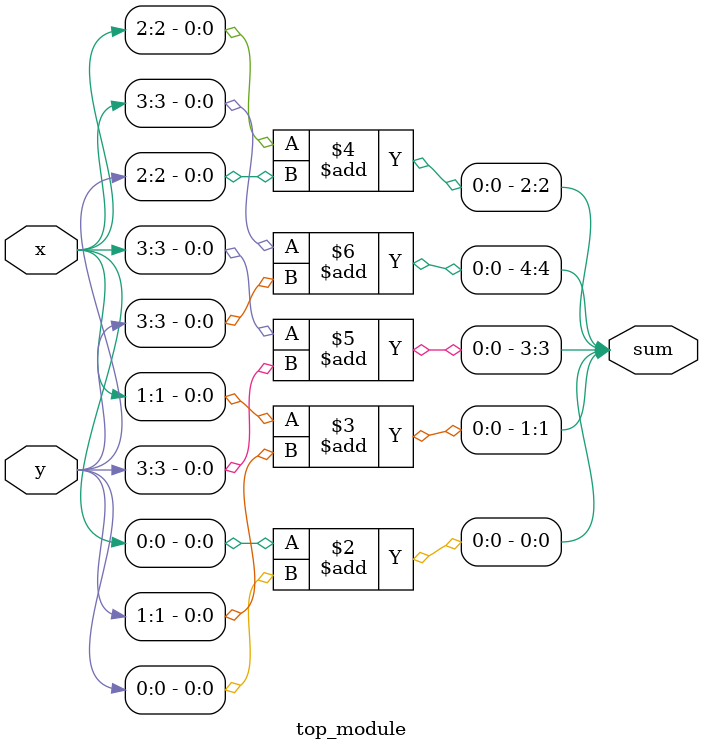
<source format=sv>
module top_module (
	input [3:0] x,
	input [3:0] y,
	output reg [4:0] sum
);

	always @(*) begin
		sum[0] = x[0] + y[0];
		sum[1] = x[1] + y[1];
		sum[2] = x[2] + y[2];
		sum[3] = x[3] + y[3];
		sum[4] = x[3] + y[3];
	end

endmodule

</source>
